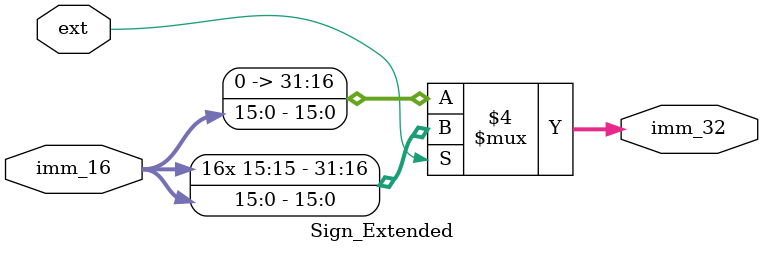
<source format=v>
`timescale 1ns / 1ps
module Sign_Extended(
	input ext,
	input [15:0] imm_16,
	output reg [31:0] imm_32
    );
	 
	always@* begin
		if(ext==1'b1)
			imm_32={{16{imm_16[15]}},imm_16[15:0]};
		else
			imm_32 ={{16{1'b0}},imm_16[15:0]};
	end

endmodule

</source>
